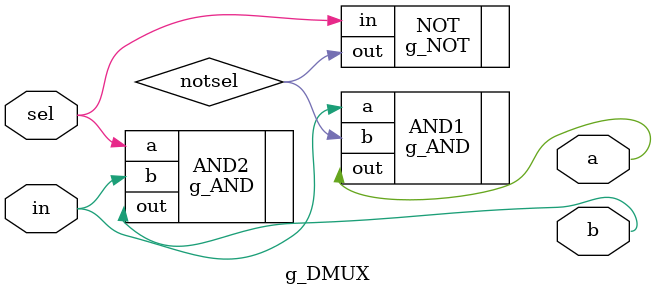
<source format=v>

module g_DMUX
(
    input  in,
    input  sel,
    output a,
    output b
);

// |  in   |  sel  |   a   |   b   |
// |   0   |   0   |   0   |   0   |
// |   0   |   1   |   0   |   0   |
// |   1   |   0   |   1   |   0   |
// |   1   |   1   |   0   |   1   |

// This sort of thing could easily be handled with a case statement
// or an always @(*) block with conditionals but we should do it
// the way the course emphasizes, by using components we designed.

wire notsel;

g_NOT NOT
(
    .in(sel),
    .out(notsel)
);

g_AND AND1
(
    .a(in),
    .b(notsel),
    .out(a)
);

g_AND AND2
(
    .a(sel),
    .b(in),
    .out(b)
);

endmodule

</source>
